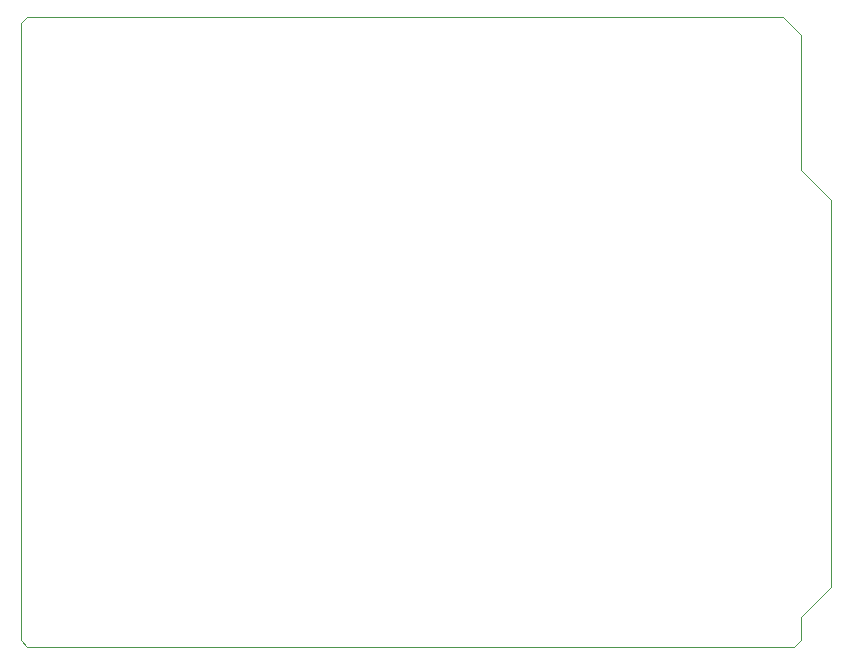
<source format=gbr>
%TF.GenerationSoftware,KiCad,Pcbnew,7.0.1*%
%TF.CreationDate,2023-08-18T21:24:28+01:00*%
%TF.ProjectId,101 PCB,31303120-5043-4422-9e6b-696361645f70,rev?*%
%TF.SameCoordinates,Original*%
%TF.FileFunction,Profile,NP*%
%FSLAX46Y46*%
G04 Gerber Fmt 4.6, Leading zero omitted, Abs format (unit mm)*
G04 Created by KiCad (PCBNEW 7.0.1) date 2023-08-18 21:24:28*
%MOMM*%
%LPD*%
G01*
G04 APERTURE LIST*
%TA.AperFunction,Profile*%
%ADD10C,0.100000*%
%TD*%
G04 APERTURE END LIST*
D10*
%TO.C,A101*%
X107660000Y-63000000D02*
X107660000Y-115260000D01*
X108200000Y-115800000D02*
X107660000Y-115260000D01*
X108200000Y-115800000D02*
X173100000Y-115800000D01*
X108200000Y-62460000D02*
X107660000Y-63000000D01*
X172180000Y-62460000D02*
X108200000Y-62460000D01*
X173160000Y-115800000D02*
X173100000Y-115800000D01*
X173700000Y-115260000D02*
X173160000Y-115800000D01*
X173700000Y-115260000D02*
X173700000Y-113260000D01*
X173700000Y-113260000D02*
X176240000Y-110720000D01*
X173700000Y-75410000D02*
X173700000Y-63980000D01*
X173700000Y-63980000D02*
X172180000Y-62460000D01*
X176240000Y-110720000D02*
X176240000Y-77950000D01*
X176240000Y-77950000D02*
X173700000Y-75410000D01*
%TD*%
M02*

</source>
